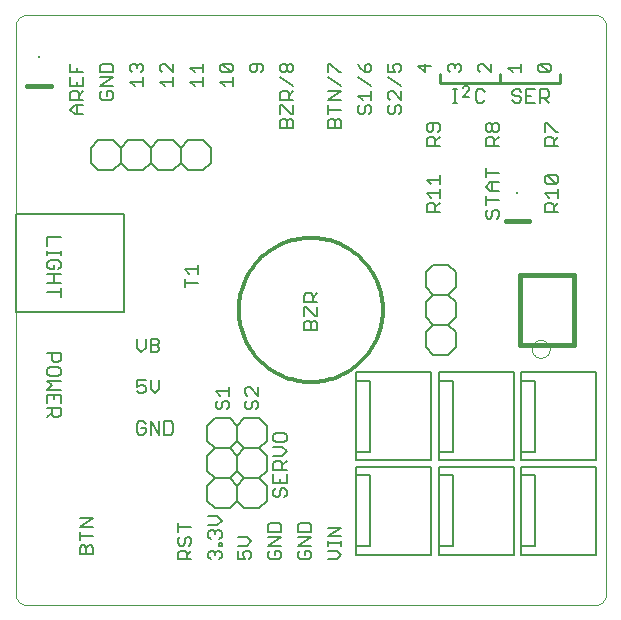
<source format=gto>
G75*
%MOIN*%
%OFA0B0*%
%FSLAX24Y24*%
%IPPOS*%
%LPD*%
%AMOC8*
5,1,8,0,0,1.08239X$1,22.5*
%
%ADD10C,0.0000*%
%ADD11C,0.0060*%
%ADD12C,0.0160*%
%ADD13C,0.0100*%
%ADD14R,0.0079X0.0079*%
%ADD15C,0.0118*%
%ADD16C,0.0050*%
D10*
X003228Y003056D02*
X003230Y003017D01*
X003236Y002979D01*
X003245Y002942D01*
X003258Y002905D01*
X003275Y002870D01*
X003294Y002837D01*
X003317Y002806D01*
X003343Y002777D01*
X003372Y002751D01*
X003403Y002728D01*
X003436Y002709D01*
X003471Y002692D01*
X003508Y002679D01*
X003545Y002670D01*
X003583Y002664D01*
X003622Y002662D01*
X022519Y002662D01*
X022558Y002664D01*
X022596Y002670D01*
X022633Y002679D01*
X022670Y002692D01*
X022705Y002709D01*
X022738Y002728D01*
X022769Y002751D01*
X022798Y002777D01*
X022824Y002806D01*
X022847Y002837D01*
X022866Y002870D01*
X022883Y002905D01*
X022896Y002942D01*
X022905Y002979D01*
X022911Y003017D01*
X022913Y003056D01*
X022913Y021954D01*
X022911Y021993D01*
X022905Y022031D01*
X022896Y022068D01*
X022883Y022105D01*
X022866Y022140D01*
X022847Y022173D01*
X022824Y022204D01*
X022798Y022233D01*
X022769Y022259D01*
X022738Y022282D01*
X022705Y022301D01*
X022670Y022318D01*
X022633Y022331D01*
X022596Y022340D01*
X022558Y022346D01*
X022519Y022348D01*
X022519Y022347D02*
X003622Y022347D01*
X003622Y022348D02*
X003583Y022346D01*
X003545Y022340D01*
X003508Y022331D01*
X003471Y022318D01*
X003436Y022301D01*
X003403Y022282D01*
X003372Y022259D01*
X003343Y022233D01*
X003317Y022204D01*
X003294Y022173D01*
X003275Y022140D01*
X003258Y022105D01*
X003245Y022068D01*
X003236Y022031D01*
X003230Y021993D01*
X003228Y021954D01*
X003228Y003056D01*
X020441Y011204D02*
X020443Y011238D01*
X020449Y011272D01*
X020459Y011305D01*
X020472Y011336D01*
X020490Y011366D01*
X020510Y011394D01*
X020534Y011419D01*
X020560Y011441D01*
X020588Y011459D01*
X020619Y011475D01*
X020651Y011487D01*
X020685Y011495D01*
X020719Y011499D01*
X020753Y011499D01*
X020787Y011495D01*
X020821Y011487D01*
X020853Y011475D01*
X020883Y011459D01*
X020912Y011441D01*
X020938Y011419D01*
X020962Y011394D01*
X020982Y011366D01*
X021000Y011336D01*
X021013Y011305D01*
X021023Y011272D01*
X021029Y011238D01*
X021031Y011204D01*
X021029Y011170D01*
X021023Y011136D01*
X021013Y011103D01*
X021000Y011072D01*
X020982Y011042D01*
X020962Y011014D01*
X020938Y010989D01*
X020912Y010967D01*
X020884Y010949D01*
X020853Y010933D01*
X020821Y010921D01*
X020787Y010913D01*
X020753Y010909D01*
X020719Y010909D01*
X020685Y010913D01*
X020651Y010921D01*
X020619Y010933D01*
X020588Y010949D01*
X020560Y010967D01*
X020534Y010989D01*
X020510Y011014D01*
X020490Y011042D01*
X020472Y011072D01*
X020459Y011103D01*
X020449Y011136D01*
X020443Y011170D01*
X020441Y011204D01*
D11*
X011894Y006559D02*
X011821Y006486D01*
X011821Y006339D01*
X011894Y006266D01*
X011967Y006266D01*
X012041Y006339D01*
X012041Y006486D01*
X012114Y006559D01*
X012188Y006559D01*
X012261Y006486D01*
X012261Y006339D01*
X012188Y006266D01*
X011821Y007020D02*
X011821Y006726D01*
X012261Y006726D01*
X012261Y007020D01*
X012041Y006873D02*
X012041Y006726D01*
X012261Y007186D02*
X011821Y007186D01*
X011821Y007407D01*
X011894Y007480D01*
X012041Y007480D01*
X012114Y007407D01*
X012114Y007186D01*
X012114Y007333D02*
X012261Y007480D01*
X011821Y007647D02*
X012114Y007647D01*
X012261Y007794D01*
X012114Y007940D01*
X011821Y007940D01*
X011821Y008327D02*
X011821Y008181D01*
X011894Y008107D01*
X012188Y008107D01*
X012261Y008181D01*
X012261Y008327D01*
X012188Y008401D01*
X011894Y008401D01*
X011821Y008327D01*
X018973Y015845D02*
X018899Y015771D01*
X018899Y015624D01*
X018973Y015551D01*
X019046Y015551D01*
X019120Y015624D01*
X019120Y015771D01*
X019193Y015845D01*
X019266Y015845D01*
X019340Y015771D01*
X019340Y015624D01*
X019266Y015551D01*
X019340Y016158D02*
X018899Y016158D01*
X018899Y016011D02*
X018899Y016305D01*
X019340Y016472D02*
X019046Y016472D01*
X018899Y016619D01*
X019046Y016765D01*
X019340Y016765D01*
X019120Y016765D02*
X019120Y016472D01*
X019340Y017079D02*
X018899Y017079D01*
X018899Y016932D02*
X018899Y017226D01*
X009971Y009482D02*
X009897Y009408D01*
X009897Y009262D01*
X009971Y009188D01*
X010044Y009188D01*
X010118Y009262D01*
X010118Y009408D01*
X010191Y009482D01*
X010264Y009482D01*
X010338Y009408D01*
X010338Y009262D01*
X010264Y009188D01*
X010044Y009649D02*
X009897Y009795D01*
X010338Y009795D01*
X010338Y009649D02*
X010338Y009942D01*
X010955Y009482D02*
X010882Y009408D01*
X010882Y009262D01*
X010955Y009188D01*
X011028Y009188D01*
X011102Y009262D01*
X011102Y009408D01*
X011175Y009482D01*
X011249Y009482D01*
X011322Y009408D01*
X011322Y009262D01*
X011249Y009188D01*
X011322Y009942D02*
X011322Y009649D01*
X011028Y009942D01*
X010955Y009942D01*
X010882Y009869D01*
X010882Y009722D01*
X010955Y009649D01*
X017371Y017980D02*
X016931Y017980D01*
X016931Y018200D01*
X017004Y018273D01*
X017151Y018273D01*
X017224Y018200D01*
X017224Y017980D01*
X017224Y018127D02*
X017371Y018273D01*
X017298Y018440D02*
X017371Y018514D01*
X017371Y018660D01*
X017298Y018734D01*
X017004Y018734D01*
X016931Y018660D01*
X016931Y018514D01*
X017004Y018440D01*
X017078Y018440D01*
X017151Y018514D01*
X017151Y018734D01*
X019340Y017980D02*
X018899Y017980D01*
X018899Y018200D01*
X018973Y018273D01*
X019120Y018273D01*
X019193Y018200D01*
X019193Y017980D01*
X019193Y018127D02*
X019340Y018273D01*
X018973Y018440D02*
X018899Y018514D01*
X018899Y018660D01*
X018973Y018734D01*
X019046Y018734D01*
X019120Y018660D01*
X019193Y018734D01*
X019266Y018734D01*
X019340Y018660D01*
X019340Y018514D01*
X019266Y018440D01*
X019193Y018440D01*
X019120Y018514D01*
X019046Y018440D01*
X018973Y018440D01*
X019120Y018514D02*
X019120Y018660D01*
X021308Y017980D02*
X020868Y017980D01*
X020868Y018200D01*
X020941Y018273D01*
X021088Y018273D01*
X021161Y018200D01*
X021161Y017980D01*
X021161Y018127D02*
X021308Y018273D01*
X020868Y018440D02*
X020868Y018734D01*
X020941Y018734D01*
X021235Y018440D01*
X021308Y018440D01*
X021308Y015781D02*
X020868Y015781D01*
X020868Y016001D01*
X020941Y016075D01*
X021088Y016075D01*
X021161Y016001D01*
X021161Y015781D01*
X021161Y015928D02*
X021308Y016075D01*
X021015Y016242D02*
X020868Y016388D01*
X021308Y016388D01*
X021308Y016242D02*
X021308Y016535D01*
X021235Y016702D02*
X020941Y016702D01*
X020868Y016775D01*
X020868Y016922D01*
X020941Y016996D01*
X021235Y016996D01*
X021308Y016922D01*
X021308Y016775D01*
X021235Y016702D01*
X020941Y016996D01*
X017371Y015781D02*
X016931Y015781D01*
X016931Y016001D01*
X017004Y016075D01*
X017151Y016075D01*
X017224Y016001D01*
X017224Y015781D01*
X017224Y015928D02*
X017371Y016075D01*
X017078Y016242D02*
X016931Y016388D01*
X017371Y016388D01*
X017371Y016242D02*
X017371Y016535D01*
X017078Y016702D02*
X016931Y016849D01*
X017371Y016849D01*
X017371Y016702D02*
X017371Y016996D01*
X004288Y011067D02*
X004728Y011067D01*
X004728Y010846D01*
X004655Y010773D01*
X004508Y010773D01*
X004434Y010846D01*
X004434Y011067D01*
X004728Y010386D02*
X004728Y010533D01*
X004655Y010606D01*
X004361Y010606D01*
X004288Y010533D01*
X004288Y010386D01*
X004361Y010313D01*
X004655Y010313D01*
X004728Y010386D01*
X004728Y010146D02*
X004288Y010146D01*
X004434Y009999D01*
X004288Y009852D01*
X004728Y009852D01*
X004728Y009392D02*
X004728Y009685D01*
X004288Y009685D01*
X004288Y009392D01*
X004508Y009539D02*
X004508Y009685D01*
X004288Y009225D02*
X004728Y009225D01*
X004728Y009005D01*
X004655Y008931D01*
X004508Y008931D01*
X004434Y009005D01*
X004434Y009225D01*
X004434Y009078D02*
X004288Y008931D01*
X007270Y011544D02*
X007270Y011250D01*
X007417Y011104D01*
X007563Y011250D01*
X007563Y011544D01*
X007730Y011104D02*
X007730Y011544D01*
X007950Y011544D01*
X008024Y011471D01*
X008024Y011397D01*
X007950Y011324D01*
X008024Y011250D01*
X008024Y011177D01*
X007950Y011104D01*
X007730Y011104D01*
X007730Y011324D02*
X007950Y011324D01*
X007563Y010166D02*
X007270Y010166D01*
X007270Y009946D01*
X007417Y010019D01*
X007490Y010019D01*
X007563Y009946D01*
X007563Y009799D01*
X007490Y009726D01*
X007343Y009726D01*
X007270Y009799D01*
X007730Y010166D02*
X007730Y009872D01*
X007877Y009726D01*
X008024Y009872D01*
X008024Y010166D01*
X007563Y008715D02*
X007490Y008788D01*
X007343Y008788D01*
X007270Y008715D01*
X007270Y008421D01*
X007343Y008348D01*
X007490Y008348D01*
X007563Y008421D01*
X007563Y008568D01*
X007417Y008568D01*
X007730Y008348D02*
X007730Y008788D01*
X008024Y008348D01*
X008024Y008788D01*
X008191Y008788D02*
X008191Y008348D01*
X008411Y008348D01*
X008484Y008421D01*
X008484Y008715D01*
X008411Y008788D01*
X008191Y008788D01*
X021017Y020421D02*
X020724Y020421D01*
X020650Y020494D01*
X020650Y020641D01*
X020724Y020714D01*
X021017Y020714D01*
X021091Y020641D01*
X021091Y020494D01*
X021017Y020421D01*
X020724Y020714D01*
X019797Y020421D02*
X019650Y020568D01*
X020091Y020568D01*
X020091Y020714D02*
X020091Y020421D01*
X019091Y020714D02*
X019091Y020421D01*
X018797Y020714D01*
X018724Y020714D01*
X018650Y020641D01*
X018650Y020494D01*
X018724Y020421D01*
X017724Y020421D02*
X017650Y020494D01*
X017650Y020641D01*
X017724Y020714D01*
X017797Y020714D01*
X017870Y020641D01*
X017870Y020568D01*
X017870Y020641D02*
X017944Y020714D01*
X018017Y020714D01*
X018091Y020641D01*
X018091Y020494D01*
X018017Y020421D01*
X017091Y020641D02*
X016650Y020641D01*
X016870Y020421D01*
X016870Y020714D01*
X015724Y019333D02*
X015650Y019260D01*
X015650Y019113D01*
X015724Y019040D01*
X015797Y019040D01*
X015870Y019113D01*
X015870Y019260D01*
X015944Y019333D01*
X016017Y019333D01*
X016091Y019260D01*
X016091Y019113D01*
X016017Y019040D01*
X016091Y019794D02*
X016091Y019500D01*
X015797Y019794D01*
X015724Y019794D01*
X015650Y019720D01*
X015650Y019573D01*
X015724Y019500D01*
X016091Y019960D02*
X015650Y020254D01*
X015650Y020714D02*
X015650Y020421D01*
X015870Y020421D01*
X015797Y020568D01*
X015797Y020641D01*
X015870Y020714D01*
X016017Y020714D01*
X016091Y020641D01*
X016091Y020494D01*
X016017Y020421D01*
X014724Y019333D02*
X014650Y019260D01*
X014650Y019113D01*
X014724Y019040D01*
X014797Y019040D01*
X014870Y019113D01*
X014870Y019260D01*
X014944Y019333D01*
X015017Y019333D01*
X015091Y019260D01*
X015091Y019113D01*
X015017Y019040D01*
X014797Y019500D02*
X014650Y019647D01*
X015091Y019647D01*
X015091Y019500D02*
X015091Y019794D01*
X015091Y019960D02*
X014650Y020254D01*
X014650Y020714D02*
X014724Y020568D01*
X014870Y020421D01*
X015017Y020421D01*
X015091Y020494D01*
X015091Y020641D01*
X015017Y020714D01*
X014944Y020714D01*
X014870Y020641D01*
X014870Y020421D01*
X014091Y018579D02*
X013650Y018579D01*
X013650Y018799D01*
X013724Y018873D01*
X013797Y018873D01*
X013870Y018799D01*
X013944Y018873D01*
X014017Y018873D01*
X014091Y018799D01*
X014091Y018579D01*
X013870Y018579D02*
X013870Y018799D01*
X014091Y019186D02*
X013650Y019186D01*
X013650Y019040D02*
X013650Y019333D01*
X014091Y019500D02*
X013650Y019500D01*
X014091Y019794D01*
X013650Y019794D01*
X013650Y020254D02*
X014091Y019960D01*
X013650Y020421D02*
X013650Y020714D01*
X013724Y020714D01*
X014017Y020421D01*
X014091Y020421D01*
X012491Y018579D02*
X012050Y018579D01*
X012050Y018799D01*
X012124Y018873D01*
X012197Y018873D01*
X012270Y018799D01*
X012344Y018873D01*
X012417Y018873D01*
X012491Y018799D01*
X012491Y018579D01*
X012270Y018579D02*
X012270Y018799D01*
X012050Y019040D02*
X012050Y019333D01*
X012124Y019333D01*
X012417Y019040D01*
X012491Y019040D01*
X012491Y019333D01*
X012491Y019500D02*
X012050Y019500D01*
X012050Y019720D01*
X012124Y019794D01*
X012270Y019794D01*
X012344Y019720D01*
X012344Y019500D01*
X012344Y019647D02*
X012491Y019794D01*
X012491Y019960D02*
X012050Y020254D01*
X012124Y020421D02*
X012050Y020494D01*
X012050Y020641D01*
X012124Y020714D01*
X012197Y020714D01*
X012270Y020641D01*
X012344Y020714D01*
X012417Y020714D01*
X012491Y020641D01*
X012491Y020494D01*
X012417Y020421D01*
X012344Y020421D01*
X012270Y020494D01*
X012197Y020421D01*
X012124Y020421D01*
X012270Y020494D02*
X012270Y020641D01*
X011417Y020421D02*
X011491Y020494D01*
X011491Y020641D01*
X011417Y020714D01*
X011124Y020714D01*
X011050Y020641D01*
X011050Y020494D01*
X011124Y020421D01*
X011197Y020421D01*
X011270Y020494D01*
X011270Y020714D01*
X010197Y019960D02*
X010050Y020107D01*
X010491Y020107D01*
X010491Y019960D02*
X010491Y020254D01*
X010417Y020421D02*
X010124Y020421D01*
X010050Y020494D01*
X010050Y020641D01*
X010124Y020714D01*
X010417Y020714D01*
X010491Y020641D01*
X010491Y020494D01*
X010417Y020421D01*
X010124Y020714D01*
X009197Y019960D02*
X009050Y020107D01*
X009491Y020107D01*
X009491Y019960D02*
X009491Y020254D01*
X009197Y020421D02*
X009050Y020568D01*
X009491Y020568D01*
X009491Y020714D02*
X009491Y020421D01*
X008197Y019960D02*
X008050Y020107D01*
X008491Y020107D01*
X008491Y019960D02*
X008491Y020254D01*
X008491Y020714D02*
X008491Y020421D01*
X008197Y020714D01*
X008124Y020714D01*
X008050Y020641D01*
X008050Y020494D01*
X008124Y020421D01*
X007197Y019960D02*
X007050Y020107D01*
X007491Y020107D01*
X007491Y019960D02*
X007491Y020254D01*
X007124Y020421D02*
X007050Y020494D01*
X007050Y020641D01*
X007124Y020714D01*
X007197Y020714D01*
X007270Y020641D01*
X007270Y020568D01*
X007270Y020641D02*
X007344Y020714D01*
X007417Y020714D01*
X007491Y020641D01*
X007491Y020494D01*
X007417Y020421D01*
X005491Y019040D02*
X005197Y019040D01*
X005050Y019186D01*
X005197Y019333D01*
X005491Y019333D01*
X005270Y019333D02*
X005270Y019040D01*
X005491Y019500D02*
X005050Y019500D01*
X005050Y019720D01*
X005124Y019794D01*
X005270Y019794D01*
X005344Y019720D01*
X005344Y019500D01*
X005344Y019647D02*
X005491Y019794D01*
X005050Y020254D02*
X005050Y019960D01*
X005491Y019960D01*
X005491Y020254D01*
X005270Y020107D02*
X005270Y019960D01*
X005491Y020421D02*
X005050Y020421D01*
X005050Y020714D01*
X005270Y020568D02*
X005270Y020421D01*
X006124Y019794D02*
X006050Y019720D01*
X006050Y019573D01*
X006124Y019500D01*
X006417Y019500D01*
X006491Y019573D01*
X006491Y019720D01*
X006417Y019794D01*
X006270Y019794D01*
X006270Y019647D01*
X006491Y019960D02*
X006050Y019960D01*
X006491Y020254D01*
X006050Y020254D01*
X006050Y020421D02*
X006491Y020421D01*
X006491Y020641D01*
X006417Y020714D01*
X006124Y020714D01*
X006050Y020641D01*
X006050Y020421D01*
X013650Y004188D02*
X013944Y004188D01*
X014091Y004335D01*
X013944Y004482D01*
X013650Y004482D01*
X014091Y004649D02*
X014091Y004795D01*
X014091Y004722D02*
X013650Y004722D01*
X013650Y004649D02*
X013650Y004795D01*
X014091Y004956D02*
X013650Y004956D01*
X014091Y005249D01*
X013650Y005249D01*
X012724Y004482D02*
X012650Y004408D01*
X012650Y004262D01*
X012724Y004188D01*
X013017Y004188D01*
X013091Y004262D01*
X013091Y004408D01*
X013017Y004482D01*
X012870Y004482D01*
X012870Y004335D01*
X013091Y004649D02*
X012650Y004649D01*
X013091Y004942D01*
X012650Y004942D01*
X012650Y005109D02*
X013091Y005109D01*
X013091Y005329D01*
X013017Y005403D01*
X012724Y005403D01*
X012650Y005329D01*
X012650Y005109D01*
X011724Y004482D02*
X011650Y004408D01*
X011650Y004262D01*
X011724Y004188D01*
X012017Y004188D01*
X012091Y004262D01*
X012091Y004408D01*
X012017Y004482D01*
X011870Y004482D01*
X011870Y004335D01*
X012091Y004649D02*
X011650Y004649D01*
X012091Y004942D01*
X011650Y004942D01*
X011650Y005109D02*
X012091Y005109D01*
X012091Y005329D01*
X012017Y005403D01*
X011724Y005403D01*
X011650Y005329D01*
X011650Y005109D01*
X010650Y004482D02*
X010650Y004188D01*
X010870Y004188D01*
X010797Y004335D01*
X010797Y004408D01*
X010870Y004482D01*
X011017Y004482D01*
X011091Y004408D01*
X011091Y004262D01*
X011017Y004188D01*
X010650Y004649D02*
X010944Y004649D01*
X011091Y004795D01*
X010944Y004942D01*
X010650Y004942D01*
X009091Y004188D02*
X008650Y004188D01*
X008650Y004408D01*
X008724Y004482D01*
X008870Y004482D01*
X008944Y004408D01*
X008944Y004188D01*
X008944Y004335D02*
X009091Y004482D01*
X008724Y004942D02*
X008650Y004869D01*
X008650Y004722D01*
X008724Y004649D01*
X008797Y004649D01*
X008870Y004722D01*
X008870Y004869D01*
X008944Y004942D01*
X009017Y004942D01*
X009091Y004869D01*
X009091Y004722D01*
X009017Y004649D01*
X009091Y005256D02*
X008650Y005256D01*
X008650Y005109D02*
X008650Y005403D01*
X009731Y004188D02*
X009658Y004262D01*
X009658Y004408D01*
X009731Y004482D01*
X009804Y004482D01*
X009878Y004408D01*
X009878Y004335D01*
X009878Y004408D02*
X009951Y004482D01*
X010025Y004482D01*
X010098Y004408D01*
X010098Y004262D01*
X010025Y004188D01*
X010098Y004649D02*
X010025Y004649D01*
X010025Y004722D01*
X010098Y004722D01*
X010098Y004649D01*
X009731Y004879D02*
X009658Y004952D01*
X009658Y005099D01*
X009731Y005172D01*
X009804Y005172D01*
X009878Y005099D01*
X009878Y005026D01*
X009878Y005099D02*
X009951Y005172D01*
X010025Y005172D01*
X010098Y005099D01*
X010098Y004952D01*
X010025Y004879D01*
X009658Y005339D02*
X009951Y005339D01*
X010098Y005486D01*
X009951Y005633D01*
X009658Y005633D01*
X005810Y004364D02*
X005370Y004364D01*
X005370Y004584D01*
X005443Y004657D01*
X005517Y004657D01*
X005590Y004584D01*
X005663Y004657D01*
X005737Y004657D01*
X005810Y004584D01*
X005810Y004364D01*
X005590Y004364D02*
X005590Y004584D01*
X005810Y004971D02*
X005370Y004971D01*
X005370Y004824D02*
X005370Y005118D01*
X005810Y005285D02*
X005370Y005285D01*
X005810Y005578D01*
X005370Y005578D01*
X013291Y011844D02*
X012850Y011844D01*
X012850Y012064D01*
X012924Y012138D01*
X012997Y012138D01*
X013070Y012064D01*
X013144Y012138D01*
X013217Y012138D01*
X013291Y012064D01*
X013291Y011844D01*
X013070Y011844D02*
X013070Y012064D01*
X012850Y012305D02*
X012850Y012598D01*
X012924Y012598D01*
X013217Y012305D01*
X013291Y012305D01*
X013291Y012598D01*
X013291Y012765D02*
X012850Y012765D01*
X012850Y012985D01*
X012924Y013059D01*
X013070Y013059D01*
X013144Y012985D01*
X013144Y012765D01*
X013144Y012912D02*
X013291Y013059D01*
X017802Y019417D02*
X017948Y019417D01*
X017875Y019417D02*
X017875Y019857D01*
X017802Y019857D02*
X017948Y019857D01*
X018863Y019784D02*
X018789Y019857D01*
X018642Y019857D01*
X018569Y019784D01*
X018569Y019490D01*
X018642Y019417D01*
X018789Y019417D01*
X018863Y019490D01*
X018360Y019615D02*
X018133Y019615D01*
X018360Y019842D01*
X018360Y019899D01*
X018303Y019955D01*
X018190Y019955D01*
X018133Y019899D01*
X020085Y019784D02*
X020012Y019857D01*
X019865Y019857D01*
X019792Y019784D01*
X019792Y019710D01*
X019865Y019637D01*
X020012Y019637D01*
X020085Y019563D01*
X020085Y019490D01*
X020012Y019417D01*
X019865Y019417D01*
X019792Y019490D01*
X020546Y019857D02*
X020252Y019857D01*
X020252Y019417D01*
X020546Y019417D01*
X020399Y019637D02*
X020252Y019637D01*
X020713Y019417D02*
X020713Y019857D01*
X020933Y019857D01*
X021006Y019784D01*
X021006Y019637D01*
X020933Y019563D01*
X020713Y019563D01*
X020859Y019563D02*
X021006Y019417D01*
X004728Y014927D02*
X004288Y014927D01*
X004288Y014633D01*
X004288Y014467D02*
X004288Y014320D01*
X004288Y014393D02*
X004728Y014393D01*
X004728Y014320D02*
X004728Y014467D01*
X004655Y013866D02*
X004728Y013939D01*
X004728Y014086D01*
X004655Y014160D01*
X004361Y014160D01*
X004288Y014086D01*
X004288Y013939D01*
X004361Y013866D01*
X004508Y013866D01*
X004508Y014013D01*
X004288Y013699D02*
X004728Y013699D01*
X004508Y013699D02*
X004508Y013406D01*
X004728Y013406D02*
X004288Y013406D01*
X004288Y013092D02*
X004728Y013092D01*
X004728Y013239D02*
X004728Y012945D01*
X008868Y013402D02*
X009308Y013402D01*
X008868Y013255D02*
X008868Y013549D01*
X009015Y013716D02*
X008868Y013863D01*
X009308Y013863D01*
X009308Y014009D02*
X009308Y013716D01*
X011602Y008637D02*
X011602Y008137D01*
X011352Y007887D01*
X010852Y007887D01*
X010602Y008137D01*
X011352Y007887D02*
X011602Y007637D01*
X011602Y007137D01*
X011352Y006887D01*
X010852Y006887D01*
X010602Y007137D01*
X010602Y007637D01*
X010852Y007887D01*
X010852Y008887D02*
X011352Y008887D01*
X011602Y008637D01*
X010852Y008887D02*
X010602Y008637D01*
X010602Y008137D01*
X011352Y006887D02*
X011602Y006637D01*
X011602Y006137D01*
X011352Y005887D01*
X010852Y005887D01*
X010602Y006137D01*
X010602Y006637D01*
X010852Y006887D01*
X010618Y008637D02*
X010618Y008137D01*
X010368Y007887D01*
X009868Y007887D01*
X009618Y008137D01*
X010368Y007887D02*
X010618Y007637D01*
X010618Y007137D01*
X010368Y006887D01*
X009868Y006887D01*
X009618Y007137D01*
X009618Y007637D01*
X009868Y007887D01*
X009868Y008887D02*
X010368Y008887D01*
X010618Y008637D01*
X009868Y008887D02*
X009618Y008637D01*
X009618Y008137D01*
X010368Y006887D02*
X010618Y006637D01*
X010618Y006137D01*
X010368Y005887D01*
X009868Y005887D01*
X009618Y006137D01*
X009618Y006637D01*
X009868Y006887D01*
X016901Y011255D02*
X016901Y011755D01*
X017151Y012005D01*
X017651Y012005D01*
X017901Y011755D01*
X017151Y012005D02*
X016901Y012255D01*
X016901Y012755D01*
X017151Y013005D01*
X017651Y013005D01*
X017901Y012755D01*
X017901Y012255D01*
X017651Y012005D01*
X017651Y011005D02*
X017151Y011005D01*
X016901Y011255D01*
X017651Y011005D02*
X017901Y011255D01*
X017901Y011755D01*
X017151Y013005D02*
X016901Y013255D01*
X016901Y013755D01*
X017151Y014005D01*
X017651Y014005D01*
X017901Y013755D01*
X017901Y013255D01*
X017651Y013005D01*
X007728Y017912D02*
X007978Y018162D01*
X008478Y018162D01*
X008728Y017912D01*
X008728Y017412D01*
X008478Y017162D01*
X007978Y017162D01*
X007728Y017412D01*
X005978Y018162D02*
X006478Y018162D01*
X006728Y017912D01*
X006728Y017412D01*
X006478Y017162D01*
X006728Y017912D02*
X006978Y018162D01*
X007478Y018162D01*
X007728Y017912D01*
X007728Y017412D01*
X007478Y017162D01*
X006978Y017162D01*
X006728Y017412D01*
X005728Y017412D02*
X005728Y017912D01*
X005978Y018162D01*
X005728Y017412D02*
X005978Y017162D01*
X006478Y017162D01*
X008978Y018162D02*
X009478Y018162D01*
X009728Y017912D01*
X009728Y017412D01*
X009478Y017162D01*
X008728Y017912D02*
X008978Y018162D01*
X008728Y017412D02*
X008978Y017162D01*
X009478Y017162D01*
D12*
X019567Y015457D02*
X020354Y015457D01*
X004409Y019985D02*
X003622Y019985D01*
X020059Y013686D02*
X021830Y013686D01*
X021830Y011324D01*
X020059Y011324D01*
X020059Y013686D01*
D13*
X017371Y020379D02*
X017371Y020083D01*
X019371Y020083D01*
X019371Y020379D01*
X019371Y020083D02*
X021371Y020083D01*
X021371Y020379D01*
D14*
X019960Y016402D03*
X004015Y020930D03*
D15*
X010669Y012505D02*
X010671Y012603D01*
X010677Y012701D01*
X010687Y012798D01*
X010701Y012895D01*
X010719Y012992D01*
X010741Y013087D01*
X010766Y013182D01*
X010796Y013275D01*
X010829Y013367D01*
X010866Y013458D01*
X010907Y013547D01*
X010951Y013635D01*
X010999Y013720D01*
X011050Y013804D01*
X011105Y013885D01*
X011163Y013964D01*
X011224Y014041D01*
X011288Y014115D01*
X011355Y014186D01*
X011425Y014255D01*
X011498Y014320D01*
X011573Y014383D01*
X011651Y014442D01*
X011731Y014499D01*
X011814Y014552D01*
X011898Y014601D01*
X011985Y014647D01*
X012073Y014690D01*
X012163Y014729D01*
X012255Y014764D01*
X012347Y014795D01*
X012441Y014823D01*
X012537Y014847D01*
X012632Y014867D01*
X012729Y014883D01*
X012826Y014895D01*
X012924Y014903D01*
X013022Y014907D01*
X013120Y014907D01*
X013218Y014903D01*
X013316Y014895D01*
X013413Y014883D01*
X013510Y014867D01*
X013605Y014847D01*
X013701Y014823D01*
X013795Y014795D01*
X013887Y014764D01*
X013979Y014729D01*
X014069Y014690D01*
X014157Y014647D01*
X014244Y014601D01*
X014328Y014552D01*
X014411Y014499D01*
X014491Y014442D01*
X014569Y014383D01*
X014644Y014320D01*
X014717Y014255D01*
X014787Y014186D01*
X014854Y014115D01*
X014918Y014041D01*
X014979Y013964D01*
X015037Y013885D01*
X015092Y013804D01*
X015143Y013720D01*
X015191Y013635D01*
X015235Y013547D01*
X015276Y013458D01*
X015313Y013367D01*
X015346Y013275D01*
X015376Y013182D01*
X015401Y013087D01*
X015423Y012992D01*
X015441Y012895D01*
X015455Y012798D01*
X015465Y012701D01*
X015471Y012603D01*
X015473Y012505D01*
X015471Y012407D01*
X015465Y012309D01*
X015455Y012212D01*
X015441Y012115D01*
X015423Y012018D01*
X015401Y011923D01*
X015376Y011828D01*
X015346Y011735D01*
X015313Y011643D01*
X015276Y011552D01*
X015235Y011463D01*
X015191Y011375D01*
X015143Y011290D01*
X015092Y011206D01*
X015037Y011125D01*
X014979Y011046D01*
X014918Y010969D01*
X014854Y010895D01*
X014787Y010824D01*
X014717Y010755D01*
X014644Y010690D01*
X014569Y010627D01*
X014491Y010568D01*
X014411Y010511D01*
X014328Y010458D01*
X014244Y010409D01*
X014157Y010363D01*
X014069Y010320D01*
X013979Y010281D01*
X013887Y010246D01*
X013795Y010215D01*
X013701Y010187D01*
X013605Y010163D01*
X013510Y010143D01*
X013413Y010127D01*
X013316Y010115D01*
X013218Y010107D01*
X013120Y010103D01*
X013022Y010103D01*
X012924Y010107D01*
X012826Y010115D01*
X012729Y010127D01*
X012632Y010143D01*
X012537Y010163D01*
X012441Y010187D01*
X012347Y010215D01*
X012255Y010246D01*
X012163Y010281D01*
X012073Y010320D01*
X011985Y010363D01*
X011898Y010409D01*
X011814Y010458D01*
X011731Y010511D01*
X011651Y010568D01*
X011573Y010627D01*
X011498Y010690D01*
X011425Y010755D01*
X011355Y010824D01*
X011288Y010895D01*
X011224Y010969D01*
X011163Y011046D01*
X011105Y011125D01*
X011050Y011206D01*
X010999Y011290D01*
X010951Y011375D01*
X010907Y011463D01*
X010866Y011552D01*
X010829Y011643D01*
X010796Y011735D01*
X010766Y011828D01*
X010741Y011923D01*
X010719Y012018D01*
X010701Y012115D01*
X010687Y012212D01*
X010677Y012309D01*
X010671Y012407D01*
X010669Y012505D01*
D16*
X017076Y007282D02*
X017076Y004341D01*
X014576Y004341D01*
X014576Y004631D01*
X014576Y006993D01*
X014576Y007282D01*
X017076Y007282D01*
X014576Y004631D02*
X015039Y004631D01*
X015039Y006993D01*
X014576Y006993D01*
X017076Y010432D02*
X017076Y007491D01*
X014576Y007491D01*
X014576Y007780D01*
X014576Y010143D01*
X014576Y010432D01*
X017076Y010432D01*
X014576Y007780D02*
X015039Y007780D01*
X015039Y010143D01*
X014576Y010143D01*
X019832Y007282D02*
X019832Y004341D01*
X017332Y004341D01*
X017332Y004631D01*
X017332Y006993D01*
X017332Y007282D01*
X019832Y007282D01*
X017332Y004631D02*
X017795Y004631D01*
X017795Y006993D01*
X017332Y006993D01*
X019832Y010432D02*
X019832Y007491D01*
X017332Y007491D01*
X017332Y007780D01*
X017332Y010143D01*
X017332Y010432D01*
X019832Y010432D01*
X017332Y007780D02*
X017795Y007780D01*
X017795Y010143D01*
X017332Y010143D01*
X022588Y007282D02*
X022588Y004341D01*
X020088Y004341D01*
X020088Y004631D01*
X020088Y006993D01*
X020088Y007282D01*
X022588Y007282D01*
X020088Y004631D02*
X020551Y004631D01*
X020551Y006993D01*
X020088Y006993D01*
X022588Y010432D02*
X022588Y007491D01*
X020088Y007491D01*
X020088Y007780D01*
X020088Y010143D01*
X020088Y010432D01*
X022588Y010432D01*
X020088Y007780D02*
X020551Y007780D01*
X020551Y010143D01*
X020088Y010143D01*
X006850Y015713D02*
X006850Y012446D01*
X003228Y012446D01*
X003228Y015713D01*
X006850Y015713D01*
M02*

</source>
